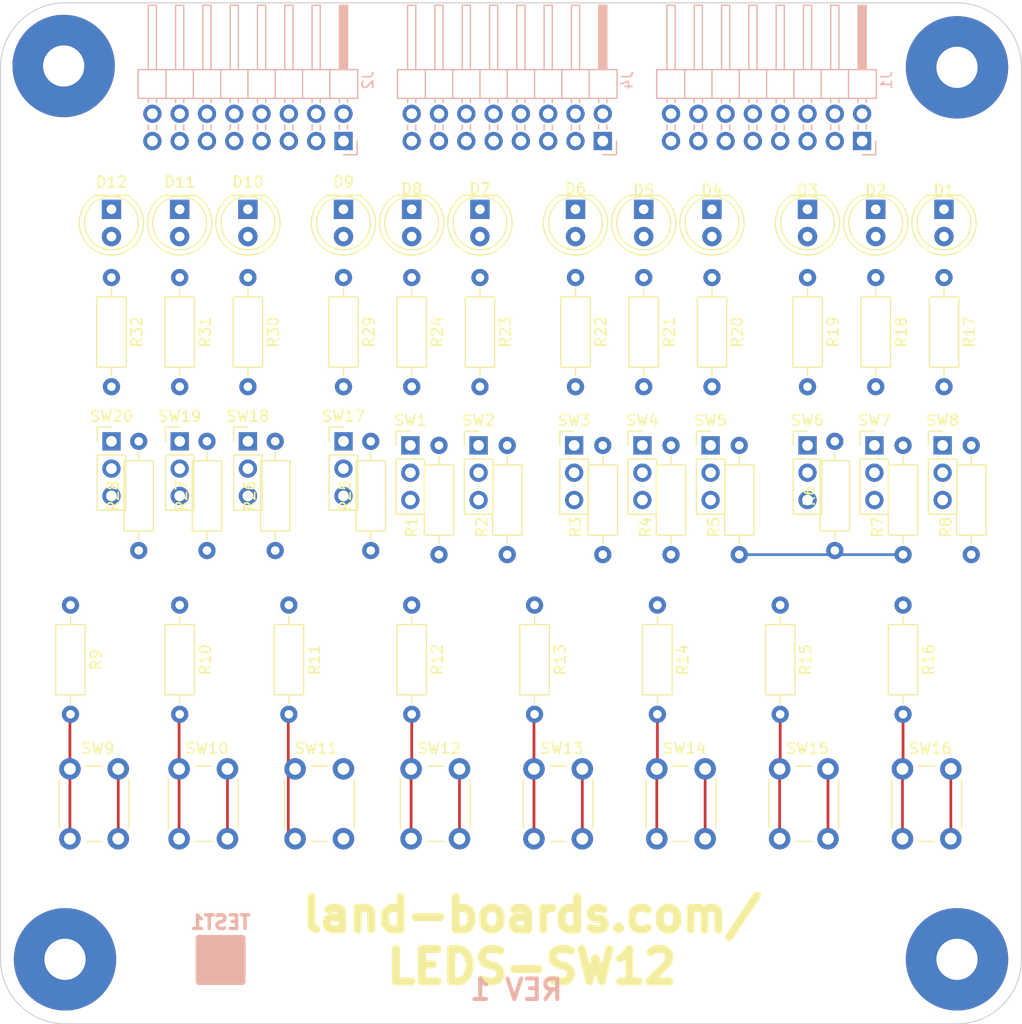
<source format=kicad_pcb>
(kicad_pcb (version 20171130) (host pcbnew "(5.1.5)-3")
  (title_block (title ESP32-VGA) (date 2020-02-19) (rev 2) (company land-boards.com))
  (layers (0 F.Cu signal) (31 B.Cu signal) (36 B.SilkS user) (37 F.SilkS user) (38 B.Mask user hide) (39 F.Mask user) (44 Edge.Cuts user))
  (net 0 "")
  (net 1 "Net-(D1-Pad2)")
  (net 2 "Net-(D1-Pad1)")
  (net 3 "Net-(D2-Pad2)")
  (net 4 "Net-(D3-Pad2)")
  (net 5 "Net-(D4-Pad2)")
  (net 6 "Net-(D5-Pad2)")
  (net 7 "Net-(D6-Pad2)")
  (net 8 "Net-(D7-Pad2)")
  (net 9 "Net-(D8-Pad2)")
  (net 10 "Net-(J2-Pad11)")
  (net 11 "Net-(J2-Pad10)")
  (net 12 "Net-(J2-Pad9)")
  (net 13 "Net-(J2-Pad8)")
  (net 14 "Net-(J2-Pad7)")
  (net 15 "Net-(J2-Pad6)")
  (net 16 "Net-(J2-Pad5)")
  (net 17 "Net-(J2-Pad4)")
  (net 18 "Net-(J2-Pad3)")
  (net 19 "Net-(J2-Pad1)")
  (net 20 "Net-(J4-Pad1)")
  (net 21 "Net-(J4-Pad2)")
  (net 22 "Net-(J4-Pad3)")
  (net 23 "Net-(J4-Pad4)")
  (net 24 "Net-(J4-Pad5)")
  (net 25 "Net-(J4-Pad6)")
  (net 26 "Net-(J4-Pad7)")
  (net 27 "Net-(J4-Pad8)")
  (net 28 "Net-(R1-Pad2)")
  (net 29 "Net-(R2-Pad2)")
  (net 30 "Net-(R3-Pad2)")
  (net 31 "Net-(R4-Pad2)")
  (net 32 "Net-(R5-Pad2)")
  (net 33 "Net-(R6-Pad2)")
  (net 34 "Net-(R7-Pad2)")
  (net 35 "Net-(R8-Pad2)")
  (net 36 "Net-(D9-Pad2)")
  (net 37 "Net-(D10-Pad2)")
  (net 38 "Net-(D11-Pad2)")
  (net 39 "Net-(D12-Pad2)")
  (net 40 "Net-(J1-Pad1)")
  (net 41 "Net-(J1-Pad3)")
  (net 42 "Net-(J1-Pad4)")
  (net 43 "Net-(J1-Pad5)")
  (net 44 "Net-(J1-Pad6)")
  (net 45 "Net-(J1-Pad7)")
  (net 46 "Net-(J1-Pad8)")
  (net 47 "Net-(J1-Pad9)")
  (net 48 "Net-(J1-Pad10)")
  (net 49 "Net-(J1-Pad11)")
  (net 50 "Net-(J2-Pad12)")
  (net 51 "Net-(J2-Pad13)")
  (net 52 "Net-(J2-Pad14)")
  (net 53 "Net-(J2-Pad15)")
  (net 54 "Net-(J4-Pad12)")
  (net 55 "Net-(J4-Pad11)")
  (net 56 "Net-(J4-Pad10)")
  (net 57 "Net-(J4-Pad9)")
  (net 58 "Net-(R25-Pad2)")
  (net 59 "Net-(R26-Pad2)")
  (net 60 "Net-(R27-Pad2)")
  (net 61 "Net-(R28-Pad2)")
  (module LandBoards_MountHoles:MTG-6-32 (layer F.Cu) (at 15.875 15.875)
    (fp_text reference MTG1 hide)
    (fp_text value MTG_HOLE hide)
    (pad 1 thru_hole circle (at 0 0) (size 9.525 9.525) (drill 3.8354) (layers *.Cu *.Mask) (clearance 0.508))
  )
  (module LandBoards_MountHoles:MTG-6-32 (layer F.Cu) (at 99 99)
    (fp_text reference MTG2 hide)
    (fp_text value MTG_HOLE hide)
    (pad 1 thru_hole circle (at 0 0) (size 9.525 9.525) (drill 3.8354) (layers *.Cu *.Mask) (clearance 0.508))
  )
  (module LandBoards_MountHoles:MTG-6-32 (layer F.Cu) (at 16 99)
    (fp_text reference MTG3 hide)
    (fp_text value MTG_HOLE hide)
    (pad 1 thru_hole circle (at 0 0) (size 9.525 9.525) (drill 3.8354) (layers *.Cu *.Mask) (clearance 0.508))
  )
  (module LandBoards_MountHoles:MTG-6-32 (layer F.Cu) (at 99 16)
    (fp_text reference MTG?1 hide)
    (fp_text value MTG_HOLE hide)
    (pad 1 thru_hole circle (at 0 0) (size 9.525 9.525) (drill 3.8354) (layers *.Cu *.Mask) (clearance 0.508))
  )
  (module LandBoards_Marking:TEST_BLK-REAR (layer F.Cu) (at 30.48 99.06)
    (fp_text reference TEST1 (at 0 -3.5) (layer B.SilkS) (effects (font (size 1.27 1.27) (thickness 0.3175)) (justify mirror)))
    (fp_text value COUPON hide)
  )
  (module LED_THT:LED_D5.0mm (layer F.Cu) (at 97.79 29.21 270)
    (fp_text reference D1 (at -1.778 0 180) (layer F.SilkS))
    (fp_text value LED-fixed)
    (pad 2 thru_hole circle (at 2.54 0 270) (size 1.8 1.8) (drill 0.9) (layers *.Cu *.Mask) (net 1 "Net-(D1-Pad2)"))
    (pad 1 thru_hole rect (at 0 0 270) (size 1.8 1.8) (drill 0.9) (layers *.Cu *.Mask) (net 2 "Net-(D1-Pad1)"))
  )
  (module LED_THT:LED_D5.0mm (layer F.Cu) (at 91.44 29.21 270)
    (fp_text reference D2 (at -1.778 0 180) (layer F.SilkS))
    (fp_text value LED-fixed)
    (pad 1 thru_hole rect (at 0 0 270) (size 1.8 1.8) (drill 0.9) (layers *.Cu *.Mask) (net 2 "Net-(D1-Pad1)"))
    (pad 2 thru_hole circle (at 2.54 0 270) (size 1.8 1.8) (drill 0.9) (layers *.Cu *.Mask) (net 3 "Net-(D2-Pad2)"))
  )
  (module LED_THT:LED_D5.0mm (layer F.Cu) (at 85.09 29.21 270)
    (fp_text reference D3 (at -1.778 0 180) (layer F.SilkS))
    (fp_text value LED-fixed)
    (pad 1 thru_hole rect (at 0 0 270) (size 1.8 1.8) (drill 0.9) (layers *.Cu *.Mask) (net 2 "Net-(D1-Pad1)"))
    (pad 2 thru_hole circle (at 2.54 0 270) (size 1.8 1.8) (drill 0.9) (layers *.Cu *.Mask) (net 4 "Net-(D3-Pad2)"))
  )
  (module LED_THT:LED_D5.0mm (layer F.Cu) (at 76.2 29.21 270)
    (fp_text reference D4 (at -1.778 0 180) (layer F.SilkS))
    (fp_text value LED-fixed)
    (pad 2 thru_hole circle (at 2.54 0 270) (size 1.8 1.8) (drill 0.9) (layers *.Cu *.Mask) (net 5 "Net-(D4-Pad2)"))
    (pad 1 thru_hole rect (at 0 0 270) (size 1.8 1.8) (drill 0.9) (layers *.Cu *.Mask) (net 2 "Net-(D1-Pad1)"))
  )
  (module LED_THT:LED_D5.0mm (layer F.Cu) (at 69.85 29.21 270)
    (fp_text reference D5 (at -1.778 0 180) (layer F.SilkS))
    (fp_text value LED-fixed)
    (pad 1 thru_hole rect (at 0 0 270) (size 1.8 1.8) (drill 0.9) (layers *.Cu *.Mask) (net 2 "Net-(D1-Pad1)"))
    (pad 2 thru_hole circle (at 2.54 0 270) (size 1.8 1.8) (drill 0.9) (layers *.Cu *.Mask) (net 6 "Net-(D5-Pad2)"))
  )
  (module LED_THT:LED_D5.0mm (layer F.Cu) (at 63.5 29.21 270)
    (fp_text reference D6 (at -1.905 0 180) (layer F.SilkS))
    (fp_text value LED-fixed)
    (pad 2 thru_hole circle (at 2.54 0 270) (size 1.8 1.8) (drill 0.9) (layers *.Cu *.Mask) (net 7 "Net-(D6-Pad2)"))
    (pad 1 thru_hole rect (at 0 0 270) (size 1.8 1.8) (drill 0.9) (layers *.Cu *.Mask) (net 2 "Net-(D1-Pad1)"))
  )
  (module LED_THT:LED_D5.0mm (layer F.Cu) (at 54.61 29.21 270)
    (fp_text reference D7 (at -1.905 0 180) (layer F.SilkS))
    (fp_text value LED-fixed)
    (pad 1 thru_hole rect (at 0 0 270) (size 1.8 1.8) (drill 0.9) (layers *.Cu *.Mask) (net 2 "Net-(D1-Pad1)"))
    (pad 2 thru_hole circle (at 2.54 0 270) (size 1.8 1.8) (drill 0.9) (layers *.Cu *.Mask) (net 8 "Net-(D7-Pad2)"))
  )
  (module LED_THT:LED_D5.0mm (layer F.Cu) (at 48.26 29.21 270)
    (fp_text reference D8 (at -1.905 0 180) (layer F.SilkS))
    (fp_text value LED-fixed)
    (pad 2 thru_hole circle (at 2.54 0 270) (size 1.8 1.8) (drill 0.9) (layers *.Cu *.Mask) (net 9 "Net-(D8-Pad2)"))
    (pad 1 thru_hole rect (at 0 0 270) (size 1.8 1.8) (drill 0.9) (layers *.Cu *.Mask) (net 2 "Net-(D1-Pad1)"))
  )
  (module Resistor_THT:R_Axial_DIN0207_L6.3mm_D2.5mm_P10.16mm_Horizontal (layer F.Cu) (at 50.8 61.341 90)
    (fp_text reference R1 (at 2.54 -2.54 90) (layer F.SilkS))
    (fp_text value 10K)
    (pad 1 thru_hole circle (at 0 0 90) (size 1.6 1.6) (drill 0.8) (layers *.Cu *.Mask) (net 53 "Net-(J2-Pad15)"))
    (pad 2 thru_hole oval (at 10.16 0 90) (size 1.6 1.6) (drill 0.8) (layers *.Cu *.Mask) (net 28 "Net-(R1-Pad2)"))
  )
  (module Resistor_THT:R_Axial_DIN0207_L6.3mm_D2.5mm_P10.16mm_Horizontal (layer F.Cu) (at 57.15 61.341 90)
    (fp_text reference R2 (at 2.54 -2.37 90) (layer F.SilkS))
    (fp_text value 10K)
    (pad 1 thru_hole circle (at 0 0 90) (size 1.6 1.6) (drill 0.8) (layers *.Cu *.Mask) (net 53 "Net-(J2-Pad15)"))
    (pad 2 thru_hole oval (at 10.16 0 90) (size 1.6 1.6) (drill 0.8) (layers *.Cu *.Mask) (net 29 "Net-(R2-Pad2)"))
  )
  (module Resistor_THT:R_Axial_DIN0207_L6.3mm_D2.5mm_P10.16mm_Horizontal (layer F.Cu) (at 66.04 61.341 90)
    (fp_text reference R3 (at 2.54 -2.54 90) (layer F.SilkS))
    (fp_text value 10K)
    (pad 2 thru_hole oval (at 10.16 0 90) (size 1.6 1.6) (drill 0.8) (layers *.Cu *.Mask) (net 30 "Net-(R3-Pad2)"))
    (pad 1 thru_hole circle (at 0 0 90) (size 1.6 1.6) (drill 0.8) (layers *.Cu *.Mask) (net 53 "Net-(J2-Pad15)"))
  )
  (module Resistor_THT:R_Axial_DIN0207_L6.3mm_D2.5mm_P10.16mm_Horizontal (layer F.Cu) (at 72.39 61.341 90)
    (fp_text reference R4 (at 2.54 -2.37 90) (layer F.SilkS))
    (fp_text value 10K)
    (pad 1 thru_hole circle (at 0 0 90) (size 1.6 1.6) (drill 0.8) (layers *.Cu *.Mask) (net 53 "Net-(J2-Pad15)"))
    (pad 2 thru_hole oval (at 10.16 0 90) (size 1.6 1.6) (drill 0.8) (layers *.Cu *.Mask) (net 31 "Net-(R4-Pad2)"))
  )
  (module Resistor_THT:R_Axial_DIN0207_L6.3mm_D2.5mm_P10.16mm_Horizontal (layer F.Cu) (at 78.74 61.341 90)
    (fp_text reference R5 (at 2.54 -2.37 90) (layer F.SilkS))
    (fp_text value 10K)
    (pad 2 thru_hole oval (at 10.16 0 90) (size 1.6 1.6) (drill 0.8) (layers *.Cu *.Mask) (net 32 "Net-(R5-Pad2)"))
    (pad 1 thru_hole circle (at 0 0 90) (size 1.6 1.6) (drill 0.8) (layers *.Cu *.Mask) (net 53 "Net-(J2-Pad15)"))
  )
  (module Resistor_THT:R_Axial_DIN0207_L6.3mm_D2.5mm_P10.16mm_Horizontal (layer F.Cu) (at 87.63 60.96 90)
    (fp_text reference R6 (at 5.08 -2.37 90) (layer F.SilkS))
    (fp_text value 10K)
    (pad 2 thru_hole oval (at 10.16 0 90) (size 1.6 1.6) (drill 0.8) (layers *.Cu *.Mask) (net 33 "Net-(R6-Pad2)"))
    (pad 1 thru_hole circle (at 0 0 90) (size 1.6 1.6) (drill 0.8) (layers *.Cu *.Mask) (net 53 "Net-(J2-Pad15)"))
  )
  (module Resistor_THT:R_Axial_DIN0207_L6.3mm_D2.5mm_P10.16mm_Horizontal (layer F.Cu) (at 93.98 61.341 90)
    (fp_text reference R7 (at 2.54 -2.37 90) (layer F.SilkS))
    (fp_text value 10K)
    (pad 1 thru_hole circle (at 0 0 90) (size 1.6 1.6) (drill 0.8) (layers *.Cu *.Mask) (net 53 "Net-(J2-Pad15)"))
    (pad 2 thru_hole oval (at 10.16 0 90) (size 1.6 1.6) (drill 0.8) (layers *.Cu *.Mask) (net 34 "Net-(R7-Pad2)"))
  )
  (module Resistor_THT:R_Axial_DIN0207_L6.3mm_D2.5mm_P10.16mm_Horizontal (layer F.Cu) (at 100.33 61.341 90)
    (fp_text reference R8 (at 2.54 -2.37 90) (layer F.SilkS))
    (fp_text value 10K)
    (pad 2 thru_hole oval (at 10.16 0 90) (size 1.6 1.6) (drill 0.8) (layers *.Cu *.Mask) (net 35 "Net-(R8-Pad2)"))
    (pad 1 thru_hole circle (at 0 0 90) (size 1.6 1.6) (drill 0.8) (layers *.Cu *.Mask) (net 53 "Net-(J2-Pad15)"))
  )
  (module Resistor_THT:R_Axial_DIN0207_L6.3mm_D2.5mm_P10.16mm_Horizontal (layer F.Cu) (at 16.51 66.04 270)
    (fp_text reference R9 (at 5.08 -2.37 90) (layer F.SilkS))
    (fp_text value 10K)
    (pad 1 thru_hole circle (at 0 0 270) (size 1.6 1.6) (drill 0.8) (layers *.Cu *.Mask) (net 49 "Net-(J1-Pad11)"))
    (pad 2 thru_hole oval (at 10.16 0 270) (size 1.6 1.6) (drill 0.8) (layers *.Cu *.Mask) (net 48 "Net-(J1-Pad10)"))
  )
  (module Resistor_THT:R_Axial_DIN0207_L6.3mm_D2.5mm_P10.16mm_Horizontal (layer F.Cu) (at 26.67 66.04 270)
    (fp_text reference R10 (at 5.08 -2.37 90) (layer F.SilkS))
    (fp_text value 10K)
    (pad 2 thru_hole oval (at 10.16 0 270) (size 1.6 1.6) (drill 0.8) (layers *.Cu *.Mask) (net 47 "Net-(J1-Pad9)"))
    (pad 1 thru_hole circle (at 0 0 270) (size 1.6 1.6) (drill 0.8) (layers *.Cu *.Mask) (net 49 "Net-(J1-Pad11)"))
  )
  (module Resistor_THT:R_Axial_DIN0207_L6.3mm_D2.5mm_P10.16mm_Horizontal (layer F.Cu) (at 36.83 66.04 270)
    (fp_text reference R11 (at 5.08 -2.37 90) (layer F.SilkS))
    (fp_text value 10K)
    (pad 1 thru_hole circle (at 0 0 270) (size 1.6 1.6) (drill 0.8) (layers *.Cu *.Mask) (net 49 "Net-(J1-Pad11)"))
    (pad 2 thru_hole oval (at 10.16 0 270) (size 1.6 1.6) (drill 0.8) (layers *.Cu *.Mask) (net 46 "Net-(J1-Pad8)"))
  )
  (module Resistor_THT:R_Axial_DIN0207_L6.3mm_D2.5mm_P10.16mm_Horizontal (layer F.Cu) (at 48.26 66.04 270)
    (fp_text reference R12 (at 5.08 -2.37 90) (layer F.SilkS))
    (fp_text value 10K)
    (pad 2 thru_hole oval (at 10.16 0 270) (size 1.6 1.6) (drill 0.8) (layers *.Cu *.Mask) (net 45 "Net-(J1-Pad7)"))
    (pad 1 thru_hole circle (at 0 0 270) (size 1.6 1.6) (drill 0.8) (layers *.Cu *.Mask) (net 49 "Net-(J1-Pad11)"))
  )
  (module Resistor_THT:R_Axial_DIN0207_L6.3mm_D2.5mm_P10.16mm_Horizontal (layer F.Cu) (at 59.69 66.04 270)
    (fp_text reference R13 (at 5.08 -2.37 90) (layer F.SilkS))
    (fp_text value 10K)
    (pad 1 thru_hole circle (at 0 0 270) (size 1.6 1.6) (drill 0.8) (layers *.Cu *.Mask) (net 49 "Net-(J1-Pad11)"))
    (pad 2 thru_hole oval (at 10.16 0 270) (size 1.6 1.6) (drill 0.8) (layers *.Cu *.Mask) (net 44 "Net-(J1-Pad6)"))
  )
  (module Resistor_THT:R_Axial_DIN0207_L6.3mm_D2.5mm_P10.16mm_Horizontal (layer F.Cu) (at 71.12 66.04 270)
    (fp_text reference R14 (at 5.08 -2.37 90) (layer F.SilkS))
    (fp_text value 10K)
    (pad 2 thru_hole oval (at 10.16 0 270) (size 1.6 1.6) (drill 0.8) (layers *.Cu *.Mask) (net 43 "Net-(J1-Pad5)"))
    (pad 1 thru_hole circle (at 0 0 270) (size 1.6 1.6) (drill 0.8) (layers *.Cu *.Mask) (net 49 "Net-(J1-Pad11)"))
  )
  (module Resistor_THT:R_Axial_DIN0207_L6.3mm_D2.5mm_P10.16mm_Horizontal (layer F.Cu) (at 82.55 66.04 270)
    (fp_text reference R15 (at 5.08 -2.37 90) (layer F.SilkS))
    (fp_text value 10K)
    (pad 1 thru_hole circle (at 0 0 270) (size 1.6 1.6) (drill 0.8) (layers *.Cu *.Mask) (net 49 "Net-(J1-Pad11)"))
    (pad 2 thru_hole oval (at 10.16 0 270) (size 1.6 1.6) (drill 0.8) (layers *.Cu *.Mask) (net 42 "Net-(J1-Pad4)"))
  )
  (module Resistor_THT:R_Axial_DIN0207_L6.3mm_D2.5mm_P10.16mm_Horizontal (layer F.Cu) (at 93.98 66.04 270)
    (fp_text reference R16 (at 5.08 -2.37 90) (layer F.SilkS))
    (fp_text value 10K)
    (pad 2 thru_hole oval (at 10.16 0 270) (size 1.6 1.6) (drill 0.8) (layers *.Cu *.Mask) (net 41 "Net-(J1-Pad3)"))
    (pad 1 thru_hole circle (at 0 0 270) (size 1.6 1.6) (drill 0.8) (layers *.Cu *.Mask) (net 49 "Net-(J1-Pad11)"))
  )
  (module Resistor_THT:R_Axial_DIN0207_L6.3mm_D2.5mm_P10.16mm_Horizontal (layer F.Cu) (at 97.79 35.56 270)
    (fp_text reference R17 (at 5.08 -2.37 90) (layer F.SilkS))
    (fp_text value 560)
    (pad 1 thru_hole circle (at 0 0 270) (size 1.6 1.6) (drill 0.8) (layers *.Cu *.Mask) (net 1 "Net-(D1-Pad2)"))
    (pad 2 thru_hole oval (at 10.16 0 270) (size 1.6 1.6) (drill 0.8) (layers *.Cu *.Mask) (net 20 "Net-(J4-Pad1)"))
  )
  (module Resistor_THT:R_Axial_DIN0207_L6.3mm_D2.5mm_P10.16mm_Horizontal (layer F.Cu) (at 91.44 35.56 270)
    (fp_text reference R18 (at 5.08 -2.37 90) (layer F.SilkS))
    (fp_text value 560)
    (pad 2 thru_hole oval (at 10.16 0 270) (size 1.6 1.6) (drill 0.8) (layers *.Cu *.Mask) (net 21 "Net-(J4-Pad2)"))
    (pad 1 thru_hole circle (at 0 0 270) (size 1.6 1.6) (drill 0.8) (layers *.Cu *.Mask) (net 3 "Net-(D2-Pad2)"))
  )
  (module Resistor_THT:R_Axial_DIN0207_L6.3mm_D2.5mm_P10.16mm_Horizontal (layer F.Cu) (at 85.09 35.56 270)
    (fp_text reference R19 (at 5.08 -2.37 90) (layer F.SilkS))
    (fp_text value 560)
    (pad 1 thru_hole circle (at 0 0 270) (size 1.6 1.6) (drill 0.8) (layers *.Cu *.Mask) (net 4 "Net-(D3-Pad2)"))
    (pad 2 thru_hole oval (at 10.16 0 270) (size 1.6 1.6) (drill 0.8) (layers *.Cu *.Mask) (net 22 "Net-(J4-Pad3)"))
  )
  (module Resistor_THT:R_Axial_DIN0207_L6.3mm_D2.5mm_P10.16mm_Horizontal (layer F.Cu) (at 76.2 35.56 270)
    (fp_text reference R20 (at 5.08 -2.37 90) (layer F.SilkS))
    (fp_text value 560)
    (pad 2 thru_hole oval (at 10.16 0 270) (size 1.6 1.6) (drill 0.8) (layers *.Cu *.Mask) (net 23 "Net-(J4-Pad4)"))
    (pad 1 thru_hole circle (at 0 0 270) (size 1.6 1.6) (drill 0.8) (layers *.Cu *.Mask) (net 5 "Net-(D4-Pad2)"))
  )
  (module Resistor_THT:R_Axial_DIN0207_L6.3mm_D2.5mm_P10.16mm_Horizontal (layer F.Cu) (at 69.85 35.56 270)
    (fp_text reference R21 (at 5.08 -2.37 90) (layer F.SilkS))
    (fp_text value 560)
    (pad 1 thru_hole circle (at 0 0 270) (size 1.6 1.6) (drill 0.8) (layers *.Cu *.Mask) (net 6 "Net-(D5-Pad2)"))
    (pad 2 thru_hole oval (at 10.16 0 270) (size 1.6 1.6) (drill 0.8) (layers *.Cu *.Mask) (net 24 "Net-(J4-Pad5)"))
  )
  (module Resistor_THT:R_Axial_DIN0207_L6.3mm_D2.5mm_P10.16mm_Horizontal (layer F.Cu) (at 63.5 35.56 270)
    (fp_text reference R22 (at 5.08 -2.37 90) (layer F.SilkS))
    (fp_text value 560)
    (pad 2 thru_hole oval (at 10.16 0 270) (size 1.6 1.6) (drill 0.8) (layers *.Cu *.Mask) (net 25 "Net-(J4-Pad6)"))
    (pad 1 thru_hole circle (at 0 0 270) (size 1.6 1.6) (drill 0.8) (layers *.Cu *.Mask) (net 7 "Net-(D6-Pad2)"))
  )
  (module Resistor_THT:R_Axial_DIN0207_L6.3mm_D2.5mm_P10.16mm_Horizontal (layer F.Cu) (at 54.61 35.56 270)
    (fp_text reference R23 (at 5.08 -2.37 90) (layer F.SilkS))
    (fp_text value 560)
    (pad 1 thru_hole circle (at 0 0 270) (size 1.6 1.6) (drill 0.8) (layers *.Cu *.Mask) (net 8 "Net-(D7-Pad2)"))
    (pad 2 thru_hole oval (at 10.16 0 270) (size 1.6 1.6) (drill 0.8) (layers *.Cu *.Mask) (net 26 "Net-(J4-Pad7)"))
  )
  (module Resistor_THT:R_Axial_DIN0207_L6.3mm_D2.5mm_P10.16mm_Horizontal (layer F.Cu) (at 48.26 35.56 270)
    (fp_text reference R24 (at 5.08 -2.37 90) (layer F.SilkS))
    (fp_text value 560)
    (pad 2 thru_hole oval (at 10.16 0 270) (size 1.6 1.6) (drill 0.8) (layers *.Cu *.Mask) (net 27 "Net-(J4-Pad8)"))
    (pad 1 thru_hole circle (at 0 0 270) (size 1.6 1.6) (drill 0.8) (layers *.Cu *.Mask) (net 9 "Net-(D8-Pad2)"))
  )
  (module Connector_PinHeader_2.54mm:PinHeader_1x03_P2.54mm_Vertical (layer F.Cu) (at 48.133 51.181)
    (fp_text reference SW1 (at 0 -2.33) (layer F.SilkS))
    (fp_text value SW_SPDT)
    (pad 3 thru_hole oval (at 0 5.08) (size 1.7 1.7) (drill 1) (layers *.Cu *.Mask) (net 19 "Net-(J2-Pad1)"))
    (pad 2 thru_hole oval (at 0 2.54) (size 1.7 1.7) (drill 1) (layers *.Cu *.Mask) (net 52 "Net-(J2-Pad14)"))
    (pad 1 thru_hole rect (at 0 0) (size 1.7 1.7) (drill 1) (layers *.Cu *.Mask) (net 28 "Net-(R1-Pad2)"))
  )
  (module Connector_PinHeader_2.54mm:PinHeader_1x03_P2.54mm_Vertical (layer F.Cu) (at 54.483 51.181)
    (fp_text reference SW2 (at 0 -2.33) (layer F.SilkS))
    (fp_text value SW_SPDT)
    (pad 1 thru_hole rect (at 0 0) (size 1.7 1.7) (drill 1) (layers *.Cu *.Mask) (net 29 "Net-(R2-Pad2)"))
    (pad 2 thru_hole oval (at 0 2.54) (size 1.7 1.7) (drill 1) (layers *.Cu *.Mask) (net 51 "Net-(J2-Pad13)"))
    (pad 3 thru_hole oval (at 0 5.08) (size 1.7 1.7) (drill 1) (layers *.Cu *.Mask) (net 19 "Net-(J2-Pad1)"))
  )
  (module Connector_PinHeader_2.54mm:PinHeader_1x03_P2.54mm_Vertical (layer F.Cu) (at 63.373 51.181)
    (fp_text reference SW3 (at 0 -2.33) (layer F.SilkS))
    (fp_text value SW_SPDT)
    (pad 3 thru_hole oval (at 0 5.08) (size 1.7 1.7) (drill 1) (layers *.Cu *.Mask) (net 19 "Net-(J2-Pad1)"))
    (pad 2 thru_hole oval (at 0 2.54) (size 1.7 1.7) (drill 1) (layers *.Cu *.Mask) (net 50 "Net-(J2-Pad12)"))
    (pad 1 thru_hole rect (at 0 0) (size 1.7 1.7) (drill 1) (layers *.Cu *.Mask) (net 30 "Net-(R3-Pad2)"))
  )
  (module Connector_PinHeader_2.54mm:PinHeader_1x03_P2.54mm_Vertical (layer F.Cu) (at 69.723 51.181)
    (fp_text reference SW4 (at 0 -2.33) (layer F.SilkS))
    (fp_text value SW_SPDT)
    (pad 1 thru_hole rect (at 0 0) (size 1.7 1.7) (drill 1) (layers *.Cu *.Mask) (net 31 "Net-(R4-Pad2)"))
    (pad 2 thru_hole oval (at 0 2.54) (size 1.7 1.7) (drill 1) (layers *.Cu *.Mask) (net 10 "Net-(J2-Pad11)"))
    (pad 3 thru_hole oval (at 0 5.08) (size 1.7 1.7) (drill 1) (layers *.Cu *.Mask) (net 19 "Net-(J2-Pad1)"))
  )
  (module Connector_PinHeader_2.54mm:PinHeader_1x03_P2.54mm_Vertical (layer F.Cu) (at 76.073 51.181)
    (fp_text reference SW5 (at 0 -2.33) (layer F.SilkS))
    (fp_text value SW_SPDT)
    (pad 3 thru_hole oval (at 0 5.08) (size 1.7 1.7) (drill 1) (layers *.Cu *.Mask) (net 19 "Net-(J2-Pad1)"))
    (pad 2 thru_hole oval (at 0 2.54) (size 1.7 1.7) (drill 1) (layers *.Cu *.Mask) (net 11 "Net-(J2-Pad10)"))
    (pad 1 thru_hole rect (at 0 0) (size 1.7 1.7) (drill 1) (layers *.Cu *.Mask) (net 32 "Net-(R5-Pad2)"))
  )
  (module Connector_PinHeader_2.54mm:PinHeader_1x03_P2.54mm_Vertical (layer F.Cu) (at 85.09 51.181)
    (fp_text reference SW6 (at 0 -2.33) (layer F.SilkS))
    (fp_text value SW_SPDT)
    (pad 1 thru_hole rect (at 0 0) (size 1.7 1.7) (drill 1) (layers *.Cu *.Mask) (net 33 "Net-(R6-Pad2)"))
    (pad 2 thru_hole oval (at 0 2.54) (size 1.7 1.7) (drill 1) (layers *.Cu *.Mask) (net 12 "Net-(J2-Pad9)"))
    (pad 3 thru_hole oval (at 0 5.08) (size 1.7 1.7) (drill 1) (layers *.Cu *.Mask) (net 19 "Net-(J2-Pad1)"))
  )
  (module Connector_PinHeader_2.54mm:PinHeader_1x03_P2.54mm_Vertical (layer F.Cu) (at 91.313 51.181)
    (fp_text reference SW7 (at 0 -2.33) (layer F.SilkS))
    (fp_text value SW_SPDT)
    (pad 3 thru_hole oval (at 0 5.08) (size 1.7 1.7) (drill 1) (layers *.Cu *.Mask) (net 19 "Net-(J2-Pad1)"))
    (pad 2 thru_hole oval (at 0 2.54) (size 1.7 1.7) (drill 1) (layers *.Cu *.Mask) (net 13 "Net-(J2-Pad8)"))
    (pad 1 thru_hole rect (at 0 0) (size 1.7 1.7) (drill 1) (layers *.Cu *.Mask) (net 34 "Net-(R7-Pad2)"))
  )
  (module Connector_PinHeader_2.54mm:PinHeader_1x03_P2.54mm_Vertical (layer F.Cu) (at 97.663 51.181)
    (fp_text reference SW8 (at 0 -2.33) (layer F.SilkS))
    (fp_text value SW_SPDT)
    (pad 1 thru_hole rect (at 0 0) (size 1.7 1.7) (drill 1) (layers *.Cu *.Mask) (net 35 "Net-(R8-Pad2)"))
    (pad 2 thru_hole oval (at 0 2.54) (size 1.7 1.7) (drill 1) (layers *.Cu *.Mask) (net 14 "Net-(J2-Pad7)"))
    (pad 3 thru_hole oval (at 0 5.08) (size 1.7 1.7) (drill 1) (layers *.Cu *.Mask) (net 19 "Net-(J2-Pad1)"))
  )
  (module Button_Switch_THT:SW_PUSH_6mm_H8.5mm (layer F.Cu) (at 20.955 81.28 270)
    (fp_text reference SW9 (at -1.905 1.905 180) (layer F.SilkS))
    (fp_text value SW_Push)
    (pad 2 thru_hole circle (at 0 4.5) (size 2 2) (drill 1.1) (layers *.Cu *.Mask) (net 48 "Net-(J1-Pad10)"))
    (pad 1 thru_hole circle (at 0 0) (size 2 2) (drill 1.1) (layers *.Cu *.Mask) (net 40 "Net-(J1-Pad1)"))
    (pad 2 thru_hole circle (at 6.5 4.5) (size 2 2) (drill 1.1) (layers *.Cu *.Mask) (net 48 "Net-(J1-Pad10)"))
    (pad 1 thru_hole circle (at 6.5 0) (size 2 2) (drill 1.1) (layers *.Cu *.Mask) (net 40 "Net-(J1-Pad1)"))
  )
  (module Button_Switch_THT:SW_PUSH_6mm_H8.5mm (layer F.Cu) (at 31.115 81.28 270)
    (fp_text reference SW10 (at -1.905 1.905 180) (layer F.SilkS))
    (fp_text value SW_Push)
    (pad 1 thru_hole circle (at 6.5 0) (size 2 2) (drill 1.1) (layers *.Cu *.Mask) (net 40 "Net-(J1-Pad1)"))
    (pad 2 thru_hole circle (at 6.5 4.5) (size 2 2) (drill 1.1) (layers *.Cu *.Mask) (net 47 "Net-(J1-Pad9)"))
    (pad 1 thru_hole circle (at 0 0) (size 2 2) (drill 1.1) (layers *.Cu *.Mask) (net 40 "Net-(J1-Pad1)"))
    (pad 2 thru_hole circle (at 0 4.5) (size 2 2) (drill 1.1) (layers *.Cu *.Mask) (net 47 "Net-(J1-Pad9)"))
  )
  (module Button_Switch_THT:SW_PUSH_6mm_H8.5mm (layer F.Cu) (at 41.91 81.28 270)
    (fp_text reference SW11 (at -1.905 2.54 180) (layer F.SilkS))
    (fp_text value SW_Push)
    (pad 2 thru_hole circle (at 0 4.5) (size 2 2) (drill 1.1) (layers *.Cu *.Mask) (net 46 "Net-(J1-Pad8)"))
    (pad 1 thru_hole circle (at 0 0) (size 2 2) (drill 1.1) (layers *.Cu *.Mask) (net 40 "Net-(J1-Pad1)"))
    (pad 2 thru_hole circle (at 6.5 4.5) (size 2 2) (drill 1.1) (layers *.Cu *.Mask) (net 46 "Net-(J1-Pad8)"))
    (pad 1 thru_hole circle (at 6.5 0) (size 2 2) (drill 1.1) (layers *.Cu *.Mask) (net 40 "Net-(J1-Pad1)"))
  )
  (module Button_Switch_THT:SW_PUSH_6mm_H8.5mm (layer F.Cu) (at 52.705 81.28 270)
    (fp_text reference SW12 (at -1.905 1.905 180) (layer F.SilkS))
    (fp_text value SW_Push)
    (pad 1 thru_hole circle (at 6.5 0) (size 2 2) (drill 1.1) (layers *.Cu *.Mask) (net 40 "Net-(J1-Pad1)"))
    (pad 2 thru_hole circle (at 6.5 4.5) (size 2 2) (drill 1.1) (layers *.Cu *.Mask) (net 45 "Net-(J1-Pad7)"))
    (pad 1 thru_hole circle (at 0 0) (size 2 2) (drill 1.1) (layers *.Cu *.Mask) (net 40 "Net-(J1-Pad1)"))
    (pad 2 thru_hole circle (at 0 4.5) (size 2 2) (drill 1.1) (layers *.Cu *.Mask) (net 45 "Net-(J1-Pad7)"))
  )
  (module Button_Switch_THT:SW_PUSH_6mm_H8.5mm (layer F.Cu) (at 64.135 81.28 270)
    (fp_text reference SW13 (at -1.905 1.905 180) (layer F.SilkS))
    (fp_text value SW_Push)
    (pad 2 thru_hole circle (at 0 4.5) (size 2 2) (drill 1.1) (layers *.Cu *.Mask) (net 44 "Net-(J1-Pad6)"))
    (pad 1 thru_hole circle (at 0 0) (size 2 2) (drill 1.1) (layers *.Cu *.Mask) (net 40 "Net-(J1-Pad1)"))
    (pad 2 thru_hole circle (at 6.5 4.5) (size 2 2) (drill 1.1) (layers *.Cu *.Mask) (net 44 "Net-(J1-Pad6)"))
    (pad 1 thru_hole circle (at 6.5 0) (size 2 2) (drill 1.1) (layers *.Cu *.Mask) (net 40 "Net-(J1-Pad1)"))
  )
  (module Button_Switch_THT:SW_PUSH_6mm_H8.5mm (layer F.Cu) (at 75.565 81.28 270)
    (fp_text reference SW14 (at -1.905 1.905 180) (layer F.SilkS))
    (fp_text value SW_Push)
    (pad 1 thru_hole circle (at 6.5 0) (size 2 2) (drill 1.1) (layers *.Cu *.Mask) (net 40 "Net-(J1-Pad1)"))
    (pad 2 thru_hole circle (at 6.5 4.5) (size 2 2) (drill 1.1) (layers *.Cu *.Mask) (net 43 "Net-(J1-Pad5)"))
    (pad 1 thru_hole circle (at 0 0) (size 2 2) (drill 1.1) (layers *.Cu *.Mask) (net 40 "Net-(J1-Pad1)"))
    (pad 2 thru_hole circle (at 0 4.5) (size 2 2) (drill 1.1) (layers *.Cu *.Mask) (net 43 "Net-(J1-Pad5)"))
  )
  (module Button_Switch_THT:SW_PUSH_6mm_H8.5mm (layer F.Cu) (at 86.995 81.28 270)
    (fp_text reference SW15 (at -1.905 1.905 180) (layer F.SilkS))
    (fp_text value SW_Push)
    (pad 2 thru_hole circle (at 0 4.5) (size 2 2) (drill 1.1) (layers *.Cu *.Mask) (net 42 "Net-(J1-Pad4)"))
    (pad 1 thru_hole circle (at 0 0) (size 2 2) (drill 1.1) (layers *.Cu *.Mask) (net 40 "Net-(J1-Pad1)"))
    (pad 2 thru_hole circle (at 6.5 4.5) (size 2 2) (drill 1.1) (layers *.Cu *.Mask) (net 42 "Net-(J1-Pad4)"))
    (pad 1 thru_hole circle (at 6.5 0) (size 2 2) (drill 1.1) (layers *.Cu *.Mask) (net 40 "Net-(J1-Pad1)"))
  )
  (module Button_Switch_THT:SW_PUSH_6mm_H8.5mm (layer F.Cu) (at 98.425 81.28 270)
    (fp_text reference SW16 (at -1.905 1.905 180) (layer F.SilkS))
    (fp_text value SW_Push)
    (pad 1 thru_hole circle (at 6.5 0) (size 2 2) (drill 1.1) (layers *.Cu *.Mask) (net 40 "Net-(J1-Pad1)"))
    (pad 2 thru_hole circle (at 6.5 4.5) (size 2 2) (drill 1.1) (layers *.Cu *.Mask) (net 41 "Net-(J1-Pad3)"))
    (pad 1 thru_hole circle (at 0 0) (size 2 2) (drill 1.1) (layers *.Cu *.Mask) (net 40 "Net-(J1-Pad1)"))
    (pad 2 thru_hole circle (at 0 4.5) (size 2 2) (drill 1.1) (layers *.Cu *.Mask) (net 41 "Net-(J1-Pad3)"))
  )
  (module LED_THT:LED_D5.0mm (layer F.Cu) (at 41.91 29.21 270)
    (fp_text reference D9 (at -2.54 0 180) (layer F.SilkS))
    (fp_text value LED-fixed)
    (pad 1 thru_hole rect (at 0 0 270) (size 1.8 1.8) (drill 0.9) (layers *.Cu *.Mask) (net 2 "Net-(D1-Pad1)"))
    (pad 2 thru_hole circle (at 2.54 0 270) (size 1.8 1.8) (drill 0.9) (layers *.Cu *.Mask) (net 36 "Net-(D9-Pad2)"))
  )
  (module LED_THT:LED_D5.0mm (layer F.Cu) (at 33.02 29.21 270)
    (fp_text reference D10 (at -2.54 0 180) (layer F.SilkS))
    (fp_text value LED-fixed)
    (pad 2 thru_hole circle (at 2.54 0 270) (size 1.8 1.8) (drill 0.9) (layers *.Cu *.Mask) (net 37 "Net-(D10-Pad2)"))
    (pad 1 thru_hole rect (at 0 0 270) (size 1.8 1.8) (drill 0.9) (layers *.Cu *.Mask) (net 2 "Net-(D1-Pad1)"))
  )
  (module LED_THT:LED_D5.0mm (layer F.Cu) (at 26.67 29.21 270)
    (fp_text reference D11 (at -2.54 0 180) (layer F.SilkS))
    (fp_text value LED-fixed)
    (pad 1 thru_hole rect (at 0 0 270) (size 1.8 1.8) (drill 0.9) (layers *.Cu *.Mask) (net 2 "Net-(D1-Pad1)"))
    (pad 2 thru_hole circle (at 2.54 0 270) (size 1.8 1.8) (drill 0.9) (layers *.Cu *.Mask) (net 38 "Net-(D11-Pad2)"))
  )
  (module LED_THT:LED_D5.0mm (layer F.Cu) (at 20.32 29.21 270)
    (fp_text reference D12 (at -2.54 0 180) (layer F.SilkS))
    (fp_text value LED-fixed)
    (pad 2 thru_hole circle (at 2.54 0 270) (size 1.8 1.8) (drill 0.9) (layers *.Cu *.Mask) (net 39 "Net-(D12-Pad2)"))
    (pad 1 thru_hole rect (at 0 0 270) (size 1.8 1.8) (drill 0.9) (layers *.Cu *.Mask) (net 2 "Net-(D1-Pad1)"))
  )
  (module Connector_PinHeader_2.54mm:PinHeader_2x08_P2.54mm_Horizontal (layer B.Cu) (at 90.17 22.86 90)
    (fp_text reference J1 (at 5.655 2.27 270) (layer B.SilkS) (effects (justify mirror)))
    (fp_text value Conn_01x16)
    (pad 1 thru_hole rect (at 0 0 90) (size 1.7 1.7) (drill 1) (layers *.Cu *.Mask) (net 40 "Net-(J1-Pad1)"))
    (pad 2 thru_hole oval (at 2.54 0 90) (size 1.7 1.7) (drill 1) (layers *.Cu *.Mask) (net 40 "Net-(J1-Pad1)"))
    (pad 3 thru_hole oval (at 0 -2.54 90) (size 1.7 1.7) (drill 1) (layers *.Cu *.Mask) (net 41 "Net-(J1-Pad3)"))
    (pad 4 thru_hole oval (at 2.54 -2.54 90) (size 1.7 1.7) (drill 1) (layers *.Cu *.Mask) (net 42 "Net-(J1-Pad4)"))
    (pad 5 thru_hole oval (at 0 -5.08 90) (size 1.7 1.7) (drill 1) (layers *.Cu *.Mask) (net 43 "Net-(J1-Pad5)"))
    (pad 6 thru_hole oval (at 2.54 -5.08 90) (size 1.7 1.7) (drill 1) (layers *.Cu *.Mask) (net 44 "Net-(J1-Pad6)"))
    (pad 7 thru_hole oval (at 0 -7.62 90) (size 1.7 1.7) (drill 1) (layers *.Cu *.Mask) (net 45 "Net-(J1-Pad7)"))
    (pad 8 thru_hole oval (at 2.54 -7.62 90) (size 1.7 1.7) (drill 1) (layers *.Cu *.Mask) (net 46 "Net-(J1-Pad8)"))
    (pad 9 thru_hole oval (at 0 -10.16 90) (size 1.7 1.7) (drill 1) (layers *.Cu *.Mask) (net 47 "Net-(J1-Pad9)"))
    (pad 10 thru_hole oval (at 2.54 -10.16 90) (size 1.7 1.7) (drill 1) (layers *.Cu *.Mask) (net 48 "Net-(J1-Pad10)"))
    (pad 11 thru_hole oval (at 0 -12.7 90) (size 1.7 1.7) (drill 1) (layers *.Cu *.Mask) (net 49 "Net-(J1-Pad11)"))
    (pad 12 thru_hole oval (at 2.54 -12.7 90) (size 1.7 1.7) (drill 1) (layers *.Cu *.Mask) (net 49 "Net-(J1-Pad11)"))
    (pad 13 thru_hole oval (at 0 -15.24 90) (size 1.7 1.7) (drill 1) (layers *.Cu *.Mask))
    (pad 14 thru_hole oval (at 2.54 -15.24 90) (size 1.7 1.7) (drill 1) (layers *.Cu *.Mask))
    (pad 15 thru_hole oval (at 0 -17.78 90) (size 1.7 1.7) (drill 1) (layers *.Cu *.Mask))
    (pad 16 thru_hole oval (at 2.54 -17.78 90) (size 1.7 1.7) (drill 1) (layers *.Cu *.Mask))
  )
  (module Connector_PinHeader_2.54mm:PinHeader_2x08_P2.54mm_Horizontal (layer B.Cu) (at 41.91 22.86 90)
    (fp_text reference J2 (at 5.655 2.27 270) (layer B.SilkS) (effects (justify mirror)))
    (fp_text value Conn_01x16)
    (pad 1 thru_hole rect (at 0 0 90) (size 1.7 1.7) (drill 1) (layers *.Cu *.Mask) (net 19 "Net-(J2-Pad1)"))
    (pad 2 thru_hole oval (at 2.54 0 90) (size 1.7 1.7) (drill 1) (layers *.Cu *.Mask) (net 19 "Net-(J2-Pad1)"))
    (pad 3 thru_hole oval (at 0 -2.54 90) (size 1.7 1.7) (drill 1) (layers *.Cu *.Mask) (net 18 "Net-(J2-Pad3)"))
    (pad 4 thru_hole oval (at 2.54 -2.54 90) (size 1.7 1.7) (drill 1) (layers *.Cu *.Mask) (net 17 "Net-(J2-Pad4)"))
    (pad 5 thru_hole oval (at 0 -5.08 90) (size 1.7 1.7) (drill 1) (layers *.Cu *.Mask) (net 16 "Net-(J2-Pad5)"))
    (pad 6 thru_hole oval (at 2.54 -5.08 90) (size 1.7 1.7) (drill 1) (layers *.Cu *.Mask) (net 15 "Net-(J2-Pad6)"))
    (pad 7 thru_hole oval (at 0 -7.62 90) (size 1.7 1.7) (drill 1) (layers *.Cu *.Mask) (net 14 "Net-(J2-Pad7)"))
    (pad 8 thru_hole oval (at 2.54 -7.62 90) (size 1.7 1.7) (drill 1) (layers *.Cu *.Mask) (net 13 "Net-(J2-Pad8)"))
    (pad 9 thru_hole oval (at 0 -10.16 90) (size 1.7 1.7) (drill 1) (layers *.Cu *.Mask) (net 12 "Net-(J2-Pad9)"))
    (pad 10 thru_hole oval (at 2.54 -10.16 90) (size 1.7 1.7) (drill 1) (layers *.Cu *.Mask) (net 11 "Net-(J2-Pad10)"))
    (pad 11 thru_hole oval (at 0 -12.7 90) (size 1.7 1.7) (drill 1) (layers *.Cu *.Mask) (net 10 "Net-(J2-Pad11)"))
    (pad 12 thru_hole oval (at 2.54 -12.7 90) (size 1.7 1.7) (drill 1) (layers *.Cu *.Mask) (net 50 "Net-(J2-Pad12)"))
    (pad 13 thru_hole oval (at 0 -15.24 90) (size 1.7 1.7) (drill 1) (layers *.Cu *.Mask) (net 51 "Net-(J2-Pad13)"))
    (pad 14 thru_hole oval (at 2.54 -15.24 90) (size 1.7 1.7) (drill 1) (layers *.Cu *.Mask) (net 52 "Net-(J2-Pad14)"))
    (pad 15 thru_hole oval (at 0 -17.78 90) (size 1.7 1.7) (drill 1) (layers *.Cu *.Mask) (net 53 "Net-(J2-Pad15)"))
    (pad 16 thru_hole oval (at 2.54 -17.78 90) (size 1.7 1.7) (drill 1) (layers *.Cu *.Mask) (net 53 "Net-(J2-Pad15)"))
  )
  (module Connector_PinHeader_2.54mm:PinHeader_2x08_P2.54mm_Horizontal (layer B.Cu) (at 66.04 22.86 90)
    (fp_text reference J4 (at 5.655 2.27 270) (layer B.SilkS) (effects (justify mirror)))
    (fp_text value Conn_01x16)
    (pad 16 thru_hole oval (at 2.54 -17.78 90) (size 1.7 1.7) (drill 1) (layers *.Cu *.Mask) (net 2 "Net-(D1-Pad1)"))
    (pad 15 thru_hole oval (at 0 -17.78 90) (size 1.7 1.7) (drill 1) (layers *.Cu *.Mask) (net 2 "Net-(D1-Pad1)"))
    (pad 14 thru_hole oval (at 2.54 -15.24 90) (size 1.7 1.7) (drill 1) (layers *.Cu *.Mask))
    (pad 13 thru_hole oval (at 0 -15.24 90) (size 1.7 1.7) (drill 1) (layers *.Cu *.Mask))
    (pad 12 thru_hole oval (at 2.54 -12.7 90) (size 1.7 1.7) (drill 1) (layers *.Cu *.Mask) (net 54 "Net-(J4-Pad12)"))
    (pad 11 thru_hole oval (at 0 -12.7 90) (size 1.7 1.7) (drill 1) (layers *.Cu *.Mask) (net 55 "Net-(J4-Pad11)"))
    (pad 10 thru_hole oval (at 2.54 -10.16 90) (size 1.7 1.7) (drill 1) (layers *.Cu *.Mask) (net 56 "Net-(J4-Pad10)"))
    (pad 9 thru_hole oval (at 0 -10.16 90) (size 1.7 1.7) (drill 1) (layers *.Cu *.Mask) (net 57 "Net-(J4-Pad9)"))
    (pad 8 thru_hole oval (at 2.54 -7.62 90) (size 1.7 1.7) (drill 1) (layers *.Cu *.Mask) (net 27 "Net-(J4-Pad8)"))
    (pad 7 thru_hole oval (at 0 -7.62 90) (size 1.7 1.7) (drill 1) (layers *.Cu *.Mask) (net 26 "Net-(J4-Pad7)"))
    (pad 6 thru_hole oval (at 2.54 -5.08 90) (size 1.7 1.7) (drill 1) (layers *.Cu *.Mask) (net 25 "Net-(J4-Pad6)"))
    (pad 5 thru_hole oval (at 0 -5.08 90) (size 1.7 1.7) (drill 1) (layers *.Cu *.Mask) (net 24 "Net-(J4-Pad5)"))
    (pad 4 thru_hole oval (at 2.54 -2.54 90) (size 1.7 1.7) (drill 1) (layers *.Cu *.Mask) (net 23 "Net-(J4-Pad4)"))
    (pad 3 thru_hole oval (at 0 -2.54 90) (size 1.7 1.7) (drill 1) (layers *.Cu *.Mask) (net 22 "Net-(J4-Pad3)"))
    (pad 2 thru_hole oval (at 2.54 0 90) (size 1.7 1.7) (drill 1) (layers *.Cu *.Mask) (net 21 "Net-(J4-Pad2)"))
    (pad 1 thru_hole rect (at 0 0 90) (size 1.7 1.7) (drill 1) (layers *.Cu *.Mask) (net 20 "Net-(J4-Pad1)"))
  )
  (module Resistor_THT:R_Axial_DIN0207_L6.3mm_D2.5mm_P10.16mm_Horizontal (layer F.Cu) (at 44.45 60.96 90)
    (fp_text reference R25 (at 5.08 -2.37 90) (layer F.SilkS))
    (fp_text value 10K)
    (pad 1 thru_hole circle (at 0 0 90) (size 1.6 1.6) (drill 0.8) (layers *.Cu *.Mask) (net 53 "Net-(J2-Pad15)"))
    (pad 2 thru_hole oval (at 10.16 0 90) (size 1.6 1.6) (drill 0.8) (layers *.Cu *.Mask) (net 58 "Net-(R25-Pad2)"))
  )
  (module Resistor_THT:R_Axial_DIN0207_L6.3mm_D2.5mm_P10.16mm_Horizontal (layer F.Cu) (at 35.56 60.96 90)
    (fp_text reference R26 (at 5.08 -2.37 90) (layer F.SilkS))
    (fp_text value 10K)
    (pad 2 thru_hole oval (at 10.16 0 90) (size 1.6 1.6) (drill 0.8) (layers *.Cu *.Mask) (net 59 "Net-(R26-Pad2)"))
    (pad 1 thru_hole circle (at 0 0 90) (size 1.6 1.6) (drill 0.8) (layers *.Cu *.Mask) (net 53 "Net-(J2-Pad15)"))
  )
  (module Resistor_THT:R_Axial_DIN0207_L6.3mm_D2.5mm_P10.16mm_Horizontal (layer F.Cu) (at 29.21 60.96 90)
    (fp_text reference R27 (at 5.08 -2.37 90) (layer F.SilkS))
    (fp_text value 10K)
    (pad 1 thru_hole circle (at 0 0 90) (size 1.6 1.6) (drill 0.8) (layers *.Cu *.Mask) (net 53 "Net-(J2-Pad15)"))
    (pad 2 thru_hole oval (at 10.16 0 90) (size 1.6 1.6) (drill 0.8) (layers *.Cu *.Mask) (net 60 "Net-(R27-Pad2)"))
  )
  (module Resistor_THT:R_Axial_DIN0207_L6.3mm_D2.5mm_P10.16mm_Horizontal (layer F.Cu) (at 22.86 60.96 90)
    (fp_text reference R28 (at 5.08 -2.37 90) (layer F.SilkS))
    (fp_text value 10K)
    (pad 2 thru_hole oval (at 10.16 0 90) (size 1.6 1.6) (drill 0.8) (layers *.Cu *.Mask) (net 61 "Net-(R28-Pad2)"))
    (pad 1 thru_hole circle (at 0 0 90) (size 1.6 1.6) (drill 0.8) (layers *.Cu *.Mask) (net 53 "Net-(J2-Pad15)"))
  )
  (module Resistor_THT:R_Axial_DIN0207_L6.3mm_D2.5mm_P10.16mm_Horizontal (layer F.Cu) (at 41.91 35.56 270)
    (fp_text reference R29 (at 5.08 -2.37 90) (layer F.SilkS))
    (fp_text value 560)
    (pad 1 thru_hole circle (at 0 0 270) (size 1.6 1.6) (drill 0.8) (layers *.Cu *.Mask) (net 36 "Net-(D9-Pad2)"))
    (pad 2 thru_hole oval (at 10.16 0 270) (size 1.6 1.6) (drill 0.8) (layers *.Cu *.Mask) (net 57 "Net-(J4-Pad9)"))
  )
  (module Resistor_THT:R_Axial_DIN0207_L6.3mm_D2.5mm_P10.16mm_Horizontal (layer F.Cu) (at 33.02 35.56 270)
    (fp_text reference R30 (at 5.08 -2.37 90) (layer F.SilkS))
    (fp_text value 560)
    (pad 2 thru_hole oval (at 10.16 0 270) (size 1.6 1.6) (drill 0.8) (layers *.Cu *.Mask) (net 56 "Net-(J4-Pad10)"))
    (pad 1 thru_hole circle (at 0 0 270) (size 1.6 1.6) (drill 0.8) (layers *.Cu *.Mask) (net 37 "Net-(D10-Pad2)"))
  )
  (module Resistor_THT:R_Axial_DIN0207_L6.3mm_D2.5mm_P10.16mm_Horizontal (layer F.Cu) (at 26.67 35.56 270)
    (fp_text reference R31 (at 5.08 -2.37 90) (layer F.SilkS))
    (fp_text value 560)
    (pad 1 thru_hole circle (at 0 0 270) (size 1.6 1.6) (drill 0.8) (layers *.Cu *.Mask) (net 38 "Net-(D11-Pad2)"))
    (pad 2 thru_hole oval (at 10.16 0 270) (size 1.6 1.6) (drill 0.8) (layers *.Cu *.Mask) (net 55 "Net-(J4-Pad11)"))
  )
  (module Resistor_THT:R_Axial_DIN0207_L6.3mm_D2.5mm_P10.16mm_Horizontal (layer F.Cu) (at 20.32 35.56 270)
    (fp_text reference R32 (at 5.08 -2.37 90) (layer F.SilkS))
    (fp_text value 560)
    (pad 2 thru_hole oval (at 10.16 0 270) (size 1.6 1.6) (drill 0.8) (layers *.Cu *.Mask) (net 54 "Net-(J4-Pad12)"))
    (pad 1 thru_hole circle (at 0 0 270) (size 1.6 1.6) (drill 0.8) (layers *.Cu *.Mask) (net 39 "Net-(D12-Pad2)"))
  )
  (module Connector_PinHeader_2.54mm:PinHeader_1x03_P2.54mm_Vertical (layer F.Cu) (at 41.91 50.8)
    (fp_text reference SW17 (at 0 -2.33) (layer F.SilkS))
    (fp_text value SW_SPDT)
    (pad 3 thru_hole oval (at 0 5.08) (size 1.7 1.7) (drill 1) (layers *.Cu *.Mask) (net 19 "Net-(J2-Pad1)"))
    (pad 2 thru_hole oval (at 0 2.54) (size 1.7 1.7) (drill 1) (layers *.Cu *.Mask) (net 15 "Net-(J2-Pad6)"))
    (pad 1 thru_hole rect (at 0 0) (size 1.7 1.7) (drill 1) (layers *.Cu *.Mask) (net 58 "Net-(R25-Pad2)"))
  )
  (module Connector_PinHeader_2.54mm:PinHeader_1x03_P2.54mm_Vertical (layer F.Cu) (at 33.02 50.8)
    (fp_text reference SW18 (at 0 -2.33) (layer F.SilkS))
    (fp_text value SW_SPDT)
    (pad 1 thru_hole rect (at 0 0) (size 1.7 1.7) (drill 1) (layers *.Cu *.Mask) (net 59 "Net-(R26-Pad2)"))
    (pad 2 thru_hole oval (at 0 2.54) (size 1.7 1.7) (drill 1) (layers *.Cu *.Mask) (net 16 "Net-(J2-Pad5)"))
    (pad 3 thru_hole oval (at 0 5.08) (size 1.7 1.7) (drill 1) (layers *.Cu *.Mask) (net 19 "Net-(J2-Pad1)"))
  )
  (module Connector_PinHeader_2.54mm:PinHeader_1x03_P2.54mm_Vertical (layer F.Cu) (at 26.67 50.8)
    (fp_text reference SW19 (at 0 -2.33) (layer F.SilkS))
    (fp_text value SW_SPDT)
    (pad 3 thru_hole oval (at 0 5.08) (size 1.7 1.7) (drill 1) (layers *.Cu *.Mask) (net 19 "Net-(J2-Pad1)"))
    (pad 2 thru_hole oval (at 0 2.54) (size 1.7 1.7) (drill 1) (layers *.Cu *.Mask) (net 17 "Net-(J2-Pad4)"))
    (pad 1 thru_hole rect (at 0 0) (size 1.7 1.7) (drill 1) (layers *.Cu *.Mask) (net 60 "Net-(R27-Pad2)"))
  )
  (module Connector_PinHeader_2.54mm:PinHeader_1x03_P2.54mm_Vertical (layer F.Cu) (at 20.32 50.8)
    (fp_text reference SW20 (at 0 -2.33) (layer F.SilkS))
    (fp_text value SW_SPDT)
    (pad 1 thru_hole rect (at 0 0) (size 1.7 1.7) (drill 1) (layers *.Cu *.Mask) (net 61 "Net-(R28-Pad2)"))
    (pad 2 thru_hole oval (at 0 2.54) (size 1.7 1.7) (drill 1) (layers *.Cu *.Mask) (net 18 "Net-(J2-Pad3)"))
    (pad 3 thru_hole oval (at 0 5.08) (size 1.7 1.7) (drill 1) (layers *.Cu *.Mask) (net 19 "Net-(J2-Pad1)"))
  )
  (gr_text "land-boards.com/\nLEDS-SW12" (at 59.436 97.282) (layer F.SilkS) (effects (font (size 2.999999 2.999999) (thickness 0.75))))
  (gr_text "REV 1" (at 57.9882 101.8286) (layer B.SilkS) (effects (font (size 1.905 1.905) (thickness 0.381)) (justify mirror)))
  (gr_line (start 10 99) (end 10 16) (angle 90) (layer Edge.Cuts) (width 0.1))
  (gr_line (start 99 105) (end 16 105) (angle 90) (layer Edge.Cuts) (width 0.1))
  (gr_line (start 105 16) (end 105 99) (angle 90) (layer Edge.Cuts) (width 0.1))
  (gr_line (start 16 10) (end 99 10) (angle 90) (layer Edge.Cuts) (width 0.1))
  (gr_arc (start 16 99) (end 16 105) (angle 90) (layer Edge.Cuts) (width 0.1))
  (gr_arc (start 99 99) (end 105 99) (angle 90) (layer Edge.Cuts) (width 0.1))
  (gr_arc (start 99 16) (end 99 10) (angle 90) (layer Edge.Cuts) (width 0.1))
  (gr_arc (start 16 16) (end 10 16) (angle 90) (layer Edge.Cuts) (width 0.1))
  (segment (start 78.613 61.341) (end 93.853 61.341) (width 0.254) (layer B.Cu) (net 53))
  (segment (start 20.955 87.78) (end 20.955 81.28) (width 0.254) (layer F.Cu) (net 40))
  (segment (start 31.115 81.28) (end 31.115 87.78) (width 0.254) (layer F.Cu) (net 40))
  (segment (start 52.705 81.28) (end 52.705 87.78) (width 0.254) (layer F.Cu) (net 40))
  (segment (start 64.135 87.78) (end 64.135 81.28) (width 0.254) (layer F.Cu) (net 40))
  (segment (start 75.565 81.28) (end 75.565 87.78) (width 0.254) (layer F.Cu) (net 40))
  (segment (start 86.995 81.28) (end 86.995 87.78) (width 0.254) (layer F.Cu) (net 40))
  (segment (start 98.425 81.28) (end 98.425 87.78) (width 0.254) (layer F.Cu) (net 40))
  (segment (start 93.925 81.28) (end 93.925 87.78) (width 0.254) (layer F.Cu) (net 41))
  (segment (start 93.98 81.225) (end 93.925 81.28) (width 0.254) (layer F.Cu) (net 41))
  (segment (start 93.98 76.2) (end 93.98 81.225) (width 0.254) (layer F.Cu) (net 41))
  (segment (start 82.495 81.28) (end 82.495 87.78) (width 0.254) (layer F.Cu) (net 42))
  (segment (start 82.55 81.225) (end 82.495 81.28) (width 0.254) (layer F.Cu) (net 42))
  (segment (start 82.55 76.2) (end 82.55 81.225) (width 0.254) (layer F.Cu) (net 42))
  (segment (start 71.065 81.28) (end 71.065 87.78) (width 0.254) (layer F.Cu) (net 43))
  (segment (start 71.12 81.225) (end 71.065 81.28) (width 0.254) (layer F.Cu) (net 43))
  (segment (start 71.12 76.2) (end 71.12 81.225) (width 0.254) (layer F.Cu) (net 43))
  (segment (start 59.635 87.78) (end 59.635 81.28) (width 0.254) (layer F.Cu) (net 44))
  (segment (start 59.635 76.255) (end 59.69 76.2) (width 0.254) (layer F.Cu) (net 44))
  (segment (start 59.635 81.28) (end 59.635 76.255) (width 0.254) (layer F.Cu) (net 44))
  (segment (start 48.205 87.78) (end 48.205 81.28) (width 0.254) (layer F.Cu) (net 45))
  (segment (start 48.26 81.225) (end 48.205 81.28) (width 0.254) (layer F.Cu) (net 45))
  (segment (start 48.26 76.2) (end 48.26 81.225) (width 0.254) (layer F.Cu) (net 45))
  (segment (start 36.775 76.255) (end 36.83 76.2) (width 0.254) (layer F.Cu) (net 46))
  (segment (start 36.775 81.28) (end 36.775 76.255) (width 0.254) (layer F.Cu) (net 46))
  (segment (start 36.775 81.28) (end 36.775 87.78) (width 0.254) (layer F.Cu) (net 46))
  (segment (start 26.615 76.255) (end 26.67 76.2) (width 0.254) (layer F.Cu) (net 47))
  (segment (start 26.615 81.28) (end 26.615 76.255) (width 0.254) (layer F.Cu) (net 47))
  (segment (start 26.615 81.28) (end 26.615 87.78) (width 0.254) (layer F.Cu) (net 47))
  (segment (start 16.455 76.255) (end 16.51 76.2) (width 0.254) (layer F.Cu) (net 48))
  (segment (start 16.455 81.28) (end 16.455 76.255) (width 0.254) (layer F.Cu) (net 48))
  (segment (start 16.455 87.78) (end 16.455 81.28) (width 0.254) (layer F.Cu) (net 48))
)
</source>
